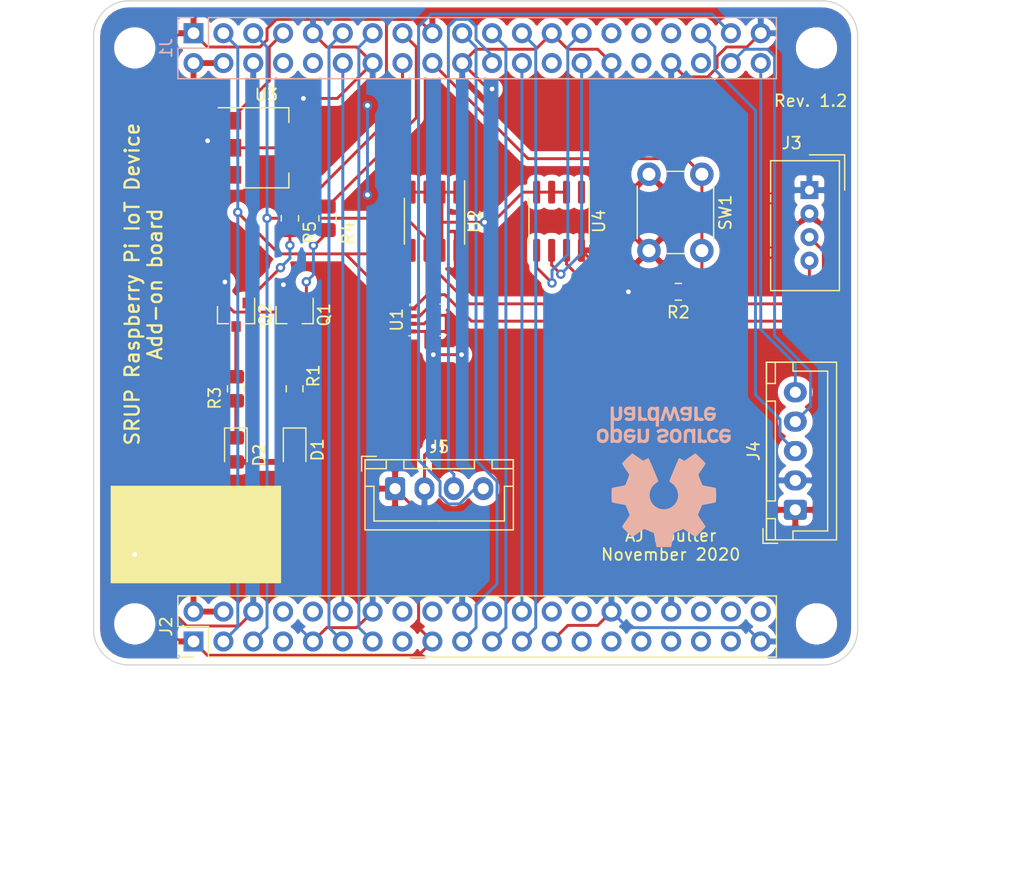
<source format=kicad_pcb>
(kicad_pcb (version 20171130) (host pcbnew "(5.1.7-0-10_14)")
  (title_block (title "Raspberry Pi Add-On Board for Experiment Two") (date 2020-11-02) (rev 1.2) (company "University of Southampton") (comment 1 "AJ Poulter") (comment 2 "To be constructed as PCB") (comment 3 "IoT Device Board (for Experiment Two)"))
  (layers (0 F.Cu signal) (31 B.Cu signal) (34 B.Paste user) (35 F.Paste user) (36 B.SilkS user) (37 F.SilkS user) (38 B.Mask user) (39 F.Mask user) (44 Edge.Cuts user))
  (net 0 "")
  (net 1 "Net-(D1-Pad1)")
  (net 2 "Net-(D2-Pad1)")
  (net 3 +5V)
  (net 4 GND)
  (net 5 "Net-(J1-Pad15)")
  (net 6 ID_SC)
  (net 7 ID_SD)
  (net 8 SPI-CS0)
  (net 9 SCK)
  (net 10 MISO)
  (net 11 MOSI)
  (net 12 GPIO24)
  (net 13 +3V3)
  (net 14 "Net-(J1-Pad16)")
  (net 15 KEYIRQ)
  (net 16 PWM)
  (net 17 PENIRQ)
  (net 18 SCL1)
  (net 19 SDA1)
  (net 20 W1)
  (net 21 "Net-(Q1-Pad1)")
  (net 22 "Net-(Q2-Pad1)")
  (net 23 "Net-(Q1-Pad3)")
  (net 24 "Net-(Q2-Pad3)")
  (net 25 GPIO21)
  (net 26 GPIO20)
  (net 27 GPIO26)
  (net 28 GPIO19)
  (net 29 GPIO25)
  (module Symbol:OSHW-Logo_11.4x12mm_SilkScreen (layer B.Cu) (at 156 104)
    (fp_text reference REF** hide)
    (fp_text value OSHW-Logo_11.4x12mm_SilkScreen hide)
  )
  (module Package_SO:SOIC-8_3.9x4.9mm_P1.27mm (layer F.Cu) (at 136.5 82.25 270)
    (fp_text reference U2 (at 0 -3.4 90) (layer F.SilkS))
    (fp_text value 24LC256)
    (pad 8 smd roundrect (at 2.475 -1.905 270) (size 1.95 0.6) (layers F.Cu F.Paste F.Mask) (net 13 +3V3))
    (pad 7 smd roundrect (at 2.475 -0.635 270) (size 1.95 0.6) (layers F.Cu F.Paste F.Mask) (net 4 GND))
    (pad 6 smd roundrect (at 2.475 0.635 270) (size 1.95 0.6) (layers F.Cu F.Paste F.Mask) (net 18 SCL1))
    (pad 5 smd roundrect (at 2.475 1.905 270) (size 1.95 0.6) (layers F.Cu F.Paste F.Mask) (net 19 SDA1))
    (pad 4 smd roundrect (at -2.475 1.905 270) (size 1.95 0.6) (layers F.Cu F.Paste F.Mask) (net 4 GND))
    (pad 3 smd roundrect (at -2.475 0.635 270) (size 1.95 0.6) (layers F.Cu F.Paste F.Mask) (net 4 GND))
    (pad 2 smd roundrect (at -2.475 -0.635 270) (size 1.95 0.6) (layers F.Cu F.Paste F.Mask) (net 4 GND))
    (pad 1 smd roundrect (at -2.475 -1.905 270) (size 1.95 0.6) (layers F.Cu F.Paste F.Mask) (net 4 GND))
  )
  (module Package_SO:SOIC-8_3.9x4.9mm_P1.27mm (layer F.Cu) (at 147.1 82.25 270)
    (fp_text reference U4 (at 0 -3.4 90) (layer F.SilkS))
    (fp_text value AT24CS04-SSHM)
    (pad 8 smd roundrect (at 2.475 -1.905 270) (size 1.95 0.6) (layers F.Cu F.Paste F.Mask) (net 13 +3V3))
    (pad 7 smd roundrect (at 2.475 -0.635 270) (size 1.95 0.6) (layers F.Cu F.Paste F.Mask) (net 4 GND))
    (pad 6 smd roundrect (at 2.475 0.635 270) (size 1.95 0.6) (layers F.Cu F.Paste F.Mask) (net 6 ID_SC))
    (pad 5 smd roundrect (at 2.475 1.905 270) (size 1.95 0.6) (layers F.Cu F.Paste F.Mask) (net 7 ID_SD))
    (pad 4 smd roundrect (at -2.475 1.905 270) (size 1.95 0.6) (layers F.Cu F.Paste F.Mask) (net 4 GND))
    (pad 3 smd roundrect (at -2.475 0.635 270) (size 1.95 0.6) (layers F.Cu F.Paste F.Mask) (net 4 GND))
    (pad 2 smd roundrect (at -2.475 -0.635 270) (size 1.95 0.6) (layers F.Cu F.Paste F.Mask) (net 4 GND))
    (pad 1 smd roundrect (at -2.475 -1.905 270) (size 1.95 0.6) (layers F.Cu F.Paste F.Mask))
  )
  (module Button_Switch_THT:SW_PUSH_6mm (layer F.Cu) (at 159.25 78.25 270)
    (fp_text reference SW1 (at 3.25 -2 90) (layer F.SilkS))
    (fp_text value SW_Push)
    (pad 1 thru_hole circle (at 6.5 0) (size 2 2) (drill 1.1) (layers *.Cu *.Mask) (net 12 GPIO24))
    (pad 2 thru_hole circle (at 6.5 4.5) (size 2 2) (drill 1.1) (layers *.Cu *.Mask) (net 13 +3V3))
    (pad 1 thru_hole circle (at 0 0) (size 2 2) (drill 1.1) (layers *.Cu *.Mask) (net 12 GPIO24))
    (pad 2 thru_hole circle (at 0 4.5) (size 2 2) (drill 1.1) (layers *.Cu *.Mask) (net 13 +3V3))
  )
  (module Connector_JST:JST_XH_B5B-XH-A_1x05_P2.50mm_Vertical (layer F.Cu) (at 167.2 106.8 90)
    (fp_text reference J4 (at 5 -3.55 90) (layer F.SilkS))
    (fp_text value Conn_01x05_Male)
    (pad 5 thru_hole oval (at 10 0 90) (size 1.7 1.95) (drill 0.95) (layers *.Cu *.Mask) (net 25 GPIO21))
    (pad 4 thru_hole oval (at 7.5 0 90) (size 1.7 1.95) (drill 0.95) (layers *.Cu *.Mask) (net 26 GPIO20))
    (pad 3 thru_hole oval (at 5 0 90) (size 1.7 1.95) (drill 0.95) (layers *.Cu *.Mask) (net 28 GPIO19))
    (pad 2 thru_hole oval (at 2.5 0 90) (size 1.7 1.95) (drill 0.95) (layers *.Cu *.Mask) (net 4 GND))
    (pad 1 thru_hole roundrect (at 0 0 90) (size 1.7 1.95) (drill 0.95) (layers *.Cu *.Mask) (roundrect_rratio 0.1470588235294118) (net 13 +3V3))
  )
  (module Connector_PinHeader_2.54mm:PinHeader_2x20_P2.54mm_Vertical (layer B.Cu) (at 116 66.25 270)
    (fp_text reference J1 (at 1.27 2.33 90) (layer B.SilkS) (effects (justify mirror)))
    (fp_text value Raspberry_Pi_2_3)
    (pad 1 thru_hole rect (at 0 0 270) (size 1.7 1.7) (drill 1) (layers *.Cu *.Mask) (net 13 +3V3))
    (pad 2 thru_hole oval (at 2.54 0 270) (size 1.7 1.7) (drill 1) (layers *.Cu *.Mask) (net 3 +5V))
    (pad 3 thru_hole oval (at 0 -2.54 270) (size 1.7 1.7) (drill 1) (layers *.Cu *.Mask) (net 19 SDA1))
    (pad 4 thru_hole oval (at 2.54 -2.54 270) (size 1.7 1.7) (drill 1) (layers *.Cu *.Mask) (net 3 +5V))
    (pad 5 thru_hole oval (at 0 -5.08 270) (size 1.7 1.7) (drill 1) (layers *.Cu *.Mask) (net 18 SCL1))
    (pad 6 thru_hole oval (at 2.54 -5.08 270) (size 1.7 1.7) (drill 1) (layers *.Cu *.Mask) (net 4 GND))
    (pad 7 thru_hole oval (at 0 -7.62 270) (size 1.7 1.7) (drill 1) (layers *.Cu *.Mask) (net 20 W1))
    (pad 8 thru_hole oval (at 2.54 -7.62 270) (size 1.7 1.7) (drill 1) (layers *.Cu *.Mask))
    (pad 9 thru_hole oval (at 0 -10.16 270) (size 1.7 1.7) (drill 1) (layers *.Cu *.Mask) (net 4 GND))
    (pad 10 thru_hole oval (at 2.54 -10.16 270) (size 1.7 1.7) (drill 1) (layers *.Cu *.Mask))
    (pad 11 thru_hole oval (at 0 -12.7 270) (size 1.7 1.7) (drill 1) (layers *.Cu *.Mask) (net 17 PENIRQ))
    (pad 12 thru_hole oval (at 2.54 -12.7 270) (size 1.7 1.7) (drill 1) (layers *.Cu *.Mask) (net 16 PWM))
    (pad 13 thru_hole oval (at 0 -15.24 270) (size 1.7 1.7) (drill 1) (layers *.Cu *.Mask) (net 15 KEYIRQ))
    (pad 14 thru_hole oval (at 2.54 -15.24 270) (size 1.7 1.7) (drill 1) (layers *.Cu *.Mask) (net 4 GND))
    (pad 15 thru_hole oval (at 0 -17.78 270) (size 1.7 1.7) (drill 1) (layers *.Cu *.Mask) (net 5 "Net-(J1-Pad15)"))
    (pad 16 thru_hole oval (at 2.54 -17.78 270) (size 1.7 1.7) (drill 1) (layers *.Cu *.Mask) (net 14 "Net-(J1-Pad16)"))
    (pad 17 thru_hole oval (at 0 -20.32 270) (size 1.7 1.7) (drill 1) (layers *.Cu *.Mask) (net 13 +3V3))
    (pad 18 thru_hole oval (at 2.54 -20.32 270) (size 1.7 1.7) (drill 1) (layers *.Cu *.Mask) (net 12 GPIO24))
    (pad 19 thru_hole oval (at 0 -22.86 270) (size 1.7 1.7) (drill 1) (layers *.Cu *.Mask) (net 11 MOSI))
    (pad 20 thru_hole oval (at 2.54 -22.86 270) (size 1.7 1.7) (drill 1) (layers *.Cu *.Mask) (net 4 GND))
    (pad 21 thru_hole oval (at 0 -25.4 270) (size 1.7 1.7) (drill 1) (layers *.Cu *.Mask) (net 10 MISO))
    (pad 22 thru_hole oval (at 2.54 -25.4 270) (size 1.7 1.7) (drill 1) (layers *.Cu *.Mask) (net 29 GPIO25))
    (pad 23 thru_hole oval (at 0 -27.94 270) (size 1.7 1.7) (drill 1) (layers *.Cu *.Mask) (net 9 SCK))
    (pad 24 thru_hole oval (at 2.54 -27.94 270) (size 1.7 1.7) (drill 1) (layers *.Cu *.Mask) (net 8 SPI-CS0))
    (pad 25 thru_hole oval (at 0 -30.48 270) (size 1.7 1.7) (drill 1) (layers *.Cu *.Mask) (net 4 GND))
    (pad 26 thru_hole oval (at 2.54 -30.48 270) (size 1.7 1.7) (drill 1) (layers *.Cu *.Mask))
    (pad 27 thru_hole oval (at 0 -33.02 270) (size 1.7 1.7) (drill 1) (layers *.Cu *.Mask) (net 7 ID_SD))
    (pad 28 thru_hole oval (at 2.54 -33.02 270) (size 1.7 1.7) (drill 1) (layers *.Cu *.Mask) (net 6 ID_SC))
    (pad 29 thru_hole oval (at 0 -35.56 270) (size 1.7 1.7) (drill 1) (layers *.Cu *.Mask))
    (pad 30 thru_hole oval (at 2.54 -35.56 270) (size 1.7 1.7) (drill 1) (layers *.Cu *.Mask) (net 4 GND))
    (pad 31 thru_hole oval (at 0 -38.1 270) (size 1.7 1.7) (drill 1) (layers *.Cu *.Mask))
    (pad 32 thru_hole oval (at 2.54 -38.1 270) (size 1.7 1.7) (drill 1) (layers *.Cu *.Mask))
    (pad 33 thru_hole oval (at 0 -40.64 270) (size 1.7 1.7) (drill 1) (layers *.Cu *.Mask))
    (pad 34 thru_hole oval (at 2.54 -40.64 270) (size 1.7 1.7) (drill 1) (layers *.Cu *.Mask) (net 4 GND))
    (pad 35 thru_hole oval (at 0 -43.18 270) (size 1.7 1.7) (drill 1) (layers *.Cu *.Mask) (net 28 GPIO19))
    (pad 36 thru_hole oval (at 2.54 -43.18 270) (size 1.7 1.7) (drill 1) (layers *.Cu *.Mask))
    (pad 37 thru_hole oval (at 0 -45.72 270) (size 1.7 1.7) (drill 1) (layers *.Cu *.Mask) (net 27 GPIO26))
    (pad 38 thru_hole oval (at 2.54 -45.72 270) (size 1.7 1.7) (drill 1) (layers *.Cu *.Mask) (net 26 GPIO20))
    (pad 39 thru_hole oval (at 0 -48.26 270) (size 1.7 1.7) (drill 1) (layers *.Cu *.Mask) (net 4 GND))
    (pad 40 thru_hole oval (at 2.54 -48.26 270) (size 1.7 1.7) (drill 1) (layers *.Cu *.Mask) (net 25 GPIO21))
  )
  (module MountingHole:MountingHole_2.5mm (layer F.Cu) (at 169 116.5)
    (fp_text reference H4 hide)
    (fp_text value MountingHole)
    (pad 1 np_thru_hole circle (at 0 0) (size 2.5 2.5) (drill 2.5) (layers *.Cu *.Mask))
  )
  (module MountingHole:MountingHole_2.5mm (layer F.Cu) (at 111 116.5)
    (fp_text reference H3 hide)
    (fp_text value MountingHole)
    (pad 1 np_thru_hole circle (at 0 0) (size 2.5 2.5) (drill 2.5) (layers *.Cu *.Mask))
  )
  (module MountingHole:MountingHole_2.5mm (layer F.Cu) (at 111 67.5)
    (fp_text reference H2 hide)
    (fp_text value MountingHole)
    (pad 1 np_thru_hole circle (at 0 0) (size 2.5 2.5) (drill 2.5) (layers *.Cu *.Mask))
  )
  (module MountingHole:MountingHole_2.5mm (layer F.Cu) (at 169 67.5)
    (fp_text reference H1 hide)
    (fp_text value MountingHole)
    (pad 1 np_thru_hole circle (at 0 0) (size 2.5 2.5) (drill 2.5) (layers *.Cu *.Mask))
  )
  (module Connector_JST:JST_XH_B4B-XH-A_1x04_P2.50mm_Vertical (layer F.Cu) (at 133.15 105)
    (fp_text reference J5 (at 3.75 -3.55) (layer F.SilkS))
    (fp_text value Conn_01x04_Male)
    (pad 4 thru_hole oval (at 7.5 0) (size 1.7 1.95) (drill 0.95) (layers *.Cu *.Mask) (net 27 GPIO26))
    (pad 3 thru_hole oval (at 5 0) (size 1.7 1.95) (drill 0.95) (layers *.Cu *.Mask) (net 29 GPIO25))
    (pad 2 thru_hole oval (at 2.5 0) (size 1.7 1.95) (drill 0.95) (layers *.Cu *.Mask) (net 4 GND))
    (pad 1 thru_hole roundrect (at 0 0) (size 1.7 1.95) (drill 0.95) (layers *.Cu *.Mask) (roundrect_rratio 0.1470588235294118) (net 13 +3V3))
  )
  (module Resistor_SMD:R_0805_2012Metric_Pad1.20x1.40mm_HandSolder (layer F.Cu) (at 124.2 82 90)
    (fp_text reference R5 (at -1.2 1.69 90) (layer F.SilkS))
    (fp_text value 1K)
    (pad 2 smd roundrect (at 1 0 90) (size 1.2 1.4) (layers F.Cu F.Paste F.Mask) (roundrect_rratio 0.2083325) (net 14 "Net-(J1-Pad16)"))
    (pad 1 smd roundrect (at -1 0 90) (size 1.2 1.4) (layers F.Cu F.Paste F.Mask) (roundrect_rratio 0.2083325) (net 22 "Net-(Q2-Pad1)"))
  )
  (module Resistor_SMD:R_0805_2012Metric_Pad1.20x1.40mm_HandSolder (layer F.Cu) (at 127.4 82 90)
    (fp_text reference R4 (at -1.25 1.75 90) (layer F.SilkS))
    (fp_text value 1K)
    (pad 2 smd roundrect (at 1 0 90) (size 1.2 1.4) (layers F.Cu F.Paste F.Mask) (roundrect_rratio 0.2083325) (net 5 "Net-(J1-Pad15)"))
    (pad 1 smd roundrect (at -1 0 90) (size 1.2 1.4) (layers F.Cu F.Paste F.Mask) (roundrect_rratio 0.2083325) (net 21 "Net-(Q1-Pad1)"))
  )
  (module Package_TO_SOT_SMD:SOT-223 (layer F.Cu) (at 122.2 76)
    (fp_text reference U3 (at 0 -4.5) (layer F.SilkS))
    (fp_text value DS2401Z)
    (pad 1 smd rect (at -3.15 -2.3) (size 2 1.5) (layers F.Cu F.Paste F.Mask) (net 20 W1))
    (pad 3 smd rect (at -3.15 2.3) (size 2 1.5) (layers F.Cu F.Paste F.Mask))
    (pad 2 smd rect (at -3.15 0) (size 2 1.5) (layers F.Cu F.Paste F.Mask) (net 4 GND))
    (pad 4 smd rect (at 3.15 0) (size 2 3.8) (layers F.Cu F.Paste F.Mask) (net 4 GND))
  )
  (module Connector:NS-Tech_Grove_1x04_P2mm_Vertical (layer F.Cu) (at 168.4 79.6)
    (fp_text reference J3 (at -1.5 -4) (layer F.SilkS))
    (fp_text value Conn_01x04_Female)
    (pad 4 thru_hole circle (at 0 6) (size 1.524 1.524) (drill 0.762) (layers *.Cu *.Mask) (net 18 SCL1))
    (pad 3 thru_hole circle (at 0 4) (size 1.524 1.524) (drill 0.762) (layers *.Cu *.Mask) (net 19 SDA1))
    (pad 2 thru_hole circle (at 0 2) (size 1.524 1.524) (drill 0.762) (layers *.Cu *.Mask) (net 13 +3V3))
    (pad 1 thru_hole rect (at 0 0) (size 1.524 1.524) (drill 0.762) (layers *.Cu *.Mask) (net 4 GND))
  )
  (module LED_SMD:LED_0805_2012Metric_Pad1.15x1.40mm_HandSolder (layer F.Cu) (at 124.6 101.7 270)
    (fp_text reference D1 (at 0 -1.95 90) (layer F.SilkS))
    (fp_text value "LED (Red)")
    (pad 2 smd roundrect (at 1.025 0 270) (size 1.15 1.4) (layers F.Cu F.Paste F.Mask) (roundrect_rratio 0.2173904347826087) (net 3 +5V))
    (pad 1 smd roundrect (at -1.025 0 270) (size 1.15 1.4) (layers F.Cu F.Paste F.Mask) (roundrect_rratio 0.2173904347826087) (net 1 "Net-(D1-Pad1)"))
  )
  (module LED_SMD:LED_0805_2012Metric_Pad1.15x1.40mm_HandSolder (layer F.Cu) (at 119.6 101.7 270)
    (fp_text reference D2 (at 0.45 -2 90) (layer F.SilkS))
    (fp_text value "LED (Green)")
    (pad 1 smd roundrect (at -1.025 0 270) (size 1.15 1.4) (layers F.Cu F.Paste F.Mask) (roundrect_rratio 0.2173904347826087) (net 2 "Net-(D2-Pad1)"))
    (pad 2 smd roundrect (at 1.025 0 270) (size 1.15 1.4) (layers F.Cu F.Paste F.Mask) (roundrect_rratio 0.2173904347826087) (net 3 +5V))
  )
  (module Package_TO_SOT_SMD:SOT-23 (layer F.Cu) (at 119.618068 90.202257 270)
    (fp_text reference Q2 (at 0 -2.5 90) (layer F.SilkS))
    (fp_text value "BC846 NPN")
    (pad 1 smd rect (at -1 -0.95 270) (size 0.9 0.8) (layers F.Cu F.Paste F.Mask) (net 22 "Net-(Q2-Pad1)"))
    (pad 2 smd rect (at -1 0.95 270) (size 0.9 0.8) (layers F.Cu F.Paste F.Mask) (net 4 GND))
    (pad 3 smd rect (at 1 0 270) (size 0.9 0.8) (layers F.Cu F.Paste F.Mask) (net 24 "Net-(Q2-Pad3)"))
  )
  (module Resistor_SMD:R_0805_2012Metric_Pad1.15x1.40mm_HandSolder (layer F.Cu) (at 124.6 96.5 270)
    (fp_text reference R1 (at -1.1 -1.6 90) (layer F.SilkS))
    (fp_text value 470R)
    (pad 1 smd roundrect (at -1.025 0 270) (size 1.15 1.4) (layers F.Cu F.Paste F.Mask) (roundrect_rratio 0.2173904347826087) (net 23 "Net-(Q1-Pad3)"))
    (pad 2 smd roundrect (at 1.025 0 270) (size 1.15 1.4) (layers F.Cu F.Paste F.Mask) (roundrect_rratio 0.2173904347826087) (net 1 "Net-(D1-Pad1)"))
  )
  (module Resistor_SMD:R_0805_2012Metric_Pad1.15x1.40mm_HandSolder (layer F.Cu) (at 157.25 88.25)
    (fp_text reference R2 (at 0 1.75 180) (layer F.SilkS))
    (fp_text value 10K)
    (pad 1 smd roundrect (at -1.025 0) (size 1.15 1.4) (layers F.Cu F.Paste F.Mask) (roundrect_rratio 0.2173904347826087) (net 4 GND))
    (pad 2 smd roundrect (at 1.025 0) (size 1.15 1.4) (layers F.Cu F.Paste F.Mask) (roundrect_rratio 0.2173904347826087) (net 12 GPIO24))
  )
  (module Resistor_SMD:R_0805_2012Metric_Pad1.15x1.40mm_HandSolder (layer F.Cu) (at 119.6 96.5 270)
    (fp_text reference R3 (at 0.8 1.8 90) (layer F.SilkS))
    (fp_text value 470R)
    (pad 2 smd roundrect (at 1.025 0 270) (size 1.15 1.4) (layers F.Cu F.Paste F.Mask) (roundrect_rratio 0.2173904347826087) (net 2 "Net-(D2-Pad1)"))
    (pad 1 smd roundrect (at -1.025 0 270) (size 1.15 1.4) (layers F.Cu F.Paste F.Mask) (roundrect_rratio 0.2173904347826087) (net 24 "Net-(Q2-Pad3)"))
  )
  (module Connector_PinHeader_2.54mm:PinHeader_2x20_P2.54mm_Vertical (layer F.Cu) (at 116 118 90)
    (fp_text reference J2 (at 1.27 -2.33 90) (layer F.SilkS))
    (fp_text value Raspberry_Pi_2_3)
    (pad 1 thru_hole rect (at 0 0 90) (size 1.7 1.7) (drill 1) (layers *.Cu *.Mask) (net 13 +3V3))
    (pad 2 thru_hole oval (at 2.54 0 90) (size 1.7 1.7) (drill 1) (layers *.Cu *.Mask) (net 3 +5V))
    (pad 3 thru_hole oval (at 0 2.54 90) (size 1.7 1.7) (drill 1) (layers *.Cu *.Mask) (net 19 SDA1))
    (pad 4 thru_hole oval (at 2.54 2.54 90) (size 1.7 1.7) (drill 1) (layers *.Cu *.Mask) (net 3 +5V))
    (pad 5 thru_hole oval (at 0 5.08 90) (size 1.7 1.7) (drill 1) (layers *.Cu *.Mask) (net 18 SCL1))
    (pad 6 thru_hole oval (at 2.54 5.08 90) (size 1.7 1.7) (drill 1) (layers *.Cu *.Mask) (net 4 GND))
    (pad 7 thru_hole oval (at 0 7.62 90) (size 1.7 1.7) (drill 1) (layers *.Cu *.Mask))
    (pad 8 thru_hole oval (at 2.54 7.62 90) (size 1.7 1.7) (drill 1) (layers *.Cu *.Mask))
    (pad 9 thru_hole oval (at 0 10.16 90) (size 1.7 1.7) (drill 1) (layers *.Cu *.Mask) (net 4 GND))
    (pad 10 thru_hole oval (at 2.54 10.16 90) (size 1.7 1.7) (drill 1) (layers *.Cu *.Mask))
    (pad 11 thru_hole oval (at 0 12.7 90) (size 1.7 1.7) (drill 1) (layers *.Cu *.Mask) (net 17 PENIRQ))
    (pad 12 thru_hole oval (at 2.54 12.7 90) (size 1.7 1.7) (drill 1) (layers *.Cu *.Mask) (net 16 PWM))
    (pad 13 thru_hole oval (at 0 15.24 90) (size 1.7 1.7) (drill 1) (layers *.Cu *.Mask) (net 15 KEYIRQ))
    (pad 14 thru_hole oval (at 2.54 15.24 90) (size 1.7 1.7) (drill 1) (layers *.Cu *.Mask) (net 4 GND))
    (pad 15 thru_hole oval (at 0 17.78 90) (size 1.7 1.7) (drill 1) (layers *.Cu *.Mask))
    (pad 16 thru_hole oval (at 2.54 17.78 90) (size 1.7 1.7) (drill 1) (layers *.Cu *.Mask))
    (pad 17 thru_hole oval (at 0 20.32 90) (size 1.7 1.7) (drill 1) (layers *.Cu *.Mask) (net 13 +3V3))
    (pad 18 thru_hole oval (at 2.54 20.32 90) (size 1.7 1.7) (drill 1) (layers *.Cu *.Mask))
    (pad 19 thru_hole oval (at 0 22.86 90) (size 1.7 1.7) (drill 1) (layers *.Cu *.Mask) (net 11 MOSI))
    (pad 20 thru_hole oval (at 2.54 22.86 90) (size 1.7 1.7) (drill 1) (layers *.Cu *.Mask) (net 4 GND))
    (pad 21 thru_hole oval (at 0 25.4 90) (size 1.7 1.7) (drill 1) (layers *.Cu *.Mask) (net 10 MISO))
    (pad 22 thru_hole oval (at 2.54 25.4 90) (size 1.7 1.7) (drill 1) (layers *.Cu *.Mask))
    (pad 23 thru_hole oval (at 0 27.94 90) (size 1.7 1.7) (drill 1) (layers *.Cu *.Mask) (net 9 SCK))
    (pad 24 thru_hole oval (at 2.54 27.94 90) (size 1.7 1.7) (drill 1) (layers *.Cu *.Mask) (net 8 SPI-CS0))
    (pad 25 thru_hole oval (at 0 30.48 90) (size 1.7 1.7) (drill 1) (layers *.Cu *.Mask) (net 4 GND))
    (pad 26 thru_hole oval (at 2.54 30.48 90) (size 1.7 1.7) (drill 1) (layers *.Cu *.Mask))
    (pad 27 thru_hole oval (at 0 33.02 90) (size 1.7 1.7) (drill 1) (layers *.Cu *.Mask))
    (pad 28 thru_hole oval (at 2.54 33.02 90) (size 1.7 1.7) (drill 1) (layers *.Cu *.Mask))
    (pad 29 thru_hole oval (at 0 35.56 90) (size 1.7 1.7) (drill 1) (layers *.Cu *.Mask))
    (pad 30 thru_hole oval (at 2.54 35.56 90) (size 1.7 1.7) (drill 1) (layers *.Cu *.Mask) (net 4 GND))
    (pad 31 thru_hole oval (at 0 38.1 90) (size 1.7 1.7) (drill 1) (layers *.Cu *.Mask))
    (pad 32 thru_hole oval (at 2.54 38.1 90) (size 1.7 1.7) (drill 1) (layers *.Cu *.Mask))
    (pad 33 thru_hole oval (at 0 40.64 90) (size 1.7 1.7) (drill 1) (layers *.Cu *.Mask))
    (pad 34 thru_hole oval (at 2.54 40.64 90) (size 1.7 1.7) (drill 1) (layers *.Cu *.Mask) (net 4 GND))
    (pad 35 thru_hole oval (at 0 43.18 90) (size 1.7 1.7) (drill 1) (layers *.Cu *.Mask))
    (pad 36 thru_hole oval (at 2.54 43.18 90) (size 1.7 1.7) (drill 1) (layers *.Cu *.Mask))
    (pad 37 thru_hole oval (at 0 45.72 90) (size 1.7 1.7) (drill 1) (layers *.Cu *.Mask))
    (pad 38 thru_hole oval (at 2.54 45.72 90) (size 1.7 1.7) (drill 1) (layers *.Cu *.Mask))
    (pad 39 thru_hole oval (at 0 48.26 90) (size 1.7 1.7) (drill 1) (layers *.Cu *.Mask) (net 4 GND))
    (pad 40 thru_hole oval (at 2.54 48.26 90) (size 1.7 1.7) (drill 1) (layers *.Cu *.Mask))
  )
  (module Package_TO_SOT_SMD:SOT-23 (layer F.Cu) (at 124.598768 90.202257 270)
    (fp_text reference Q1 (at 0 -2.5 90) (layer F.SilkS))
    (fp_text value "BC846 NPN")
    (pad 1 smd rect (at -1 -0.95 270) (size 0.9 0.8) (layers F.Cu F.Paste F.Mask) (net 21 "Net-(Q1-Pad1)"))
    (pad 2 smd rect (at -1 0.95 270) (size 0.9 0.8) (layers F.Cu F.Paste F.Mask) (net 4 GND))
    (pad 3 smd rect (at 1 0 270) (size 0.9 0.8) (layers F.Cu F.Paste F.Mask) (net 23 "Net-(Q1-Pad3)"))
  )
  (module Package_LGA:Bosch_LGA-8_2.5x2.5mm_P0.65mm_ClockwisePinNumbering (layer F.Cu) (at 135.75 90.65 90)
    (fp_text reference U1 (at 0.015 -2.465 90) (layer F.SilkS))
    (fp_text value BME280)
    (pad 4 smd rect (at 0.975 -1.025 180) (size 0.5 0.35) (layers F.Cu F.Paste F.Mask) (net 18 SCL1))
    (pad 3 smd rect (at 0.325 -1.025 180) (size 0.5 0.35) (layers F.Cu F.Paste F.Mask) (net 19 SDA1))
    (pad 2 smd rect (at -0.325 -1.025 180) (size 0.5 0.35) (layers F.Cu F.Paste F.Mask) (net 13 +3V3))
    (pad 1 smd rect (at -0.975 -1.025 180) (size 0.5 0.35) (layers F.Cu F.Paste F.Mask) (net 4 GND))
    (pad 8 smd rect (at -0.975 1.025 180) (size 0.5 0.35) (layers F.Cu F.Paste F.Mask) (net 13 +3V3))
    (pad 7 smd rect (at -0.325 1.025 180) (size 0.5 0.35) (layers F.Cu F.Paste F.Mask) (net 4 GND))
    (pad 6 smd rect (at 0.325 1.025 180) (size 0.5 0.35) (layers F.Cu F.Paste F.Mask) (net 13 +3V3))
    (pad 5 smd rect (at 0.975 1.025 180) (size 0.5 0.35) (layers F.Cu F.Paste F.Mask) (net 13 +3V3))
  )
  (gr_arc (start 169.5 66.5) (end 169.4 63.5) (angle 90) (layer Edge.Cuts) (width 0.1))
  (gr_arc (start 169.5 117) (end 169.5 120) (angle -90) (layer Edge.Cuts) (width 0.1))
  (gr_arc (start 110.5 117) (end 110.5 120) (angle 90) (layer Edge.Cuts) (width 0.1))
  (gr_arc (start 110.5 66.5) (end 110.5 63.5) (angle -90) (layer Edge.Cuts) (width 0.1))
  (gr_poly (pts (xy 109 104.8) (xy 123.4 104.8) (xy 123.4 113) (xy 109 113)) (layer F.SilkS) (width 0.1))
  (gr_text "SRUP Raspberry Pi IoT Device\nAdd-on board" (at 111.75 87.6 90) (layer F.SilkS) (effects (font (size 1.2 1.2) (thickness 0.2))))
  (gr_text "Rev. 1.2" (at 168.5 72) (layer F.SilkS) (effects (font (size 1 1))))
  (gr_text "AJ Poulter\nNovember 2020" (at 156.6 109.8) (layer F.SilkS) (effects (font (size 1 1))))
  (gr_line (start 110.5 63.5) (end 169.4 63.5) (layer Edge.Cuts) (width 0.1))
  (gr_line (start 107.5 117) (end 107.5 66.5) (layer Edge.Cuts) (width 0.1))
  (gr_line (start 169.5 120) (end 110.5 120) (layer Edge.Cuts) (width 0.1))
  (gr_line (start 172.5 66.4) (end 172.5 117) (layer Edge.Cuts) (width 0.1))
  (segment (start 124.6 97.525) (end 124.6 100.675) (width 0.25) (layer F.Cu) (net 1))
  (segment (start 119.6 97.525) (end 119.6 100.675) (width 0.25) (layer F.Cu) (net 2))
  (segment (start 118.54 115.46) (end 116 115.46) (width 0.5) (layer F.Cu) (net 3))
  (segment (start 116 68.79) (end 118.54 68.79) (width 0.5) (layer F.Cu) (net 3))
  (segment (start 116.025 102.725) (end 116 102.75) (width 0.5) (layer F.Cu) (net 3))
  (segment (start 124.6 102.725) (end 116.025 102.725) (width 0.5) (layer F.Cu) (net 3))
  (segment (start 116 102.75) (end 116 68.79) (width 0.5) (layer F.Cu) (net 3))
  (segment (start 116 115.46) (end 116 102.75) (width 0.5) (layer F.Cu) (net 3))
  (segment (start 118.668068 89.202257) (end 118.668068 87.418068) (width 0.25) (layer F.Cu) (net 4))
  (segment (start 123.648768 89.202257) (end 123.648768 87.648768) (width 0.25) (layer F.Cu) (net 4))
  (segment (start 118.668068 87.418068) (end 118.668068 87.418068) (width 0.25) (layer F.Cu) (net 4))
  (via (at 118.668068 87.418068) (size 0.8) (drill 0.4) (layers F.Cu B.Cu) (net 4))
  (segment (start 123.648768 87.648768) (end 123.648768 87.648768) (width 0.25) (layer F.Cu) (net 4))
  (via (at 123.648768 87.648768) (size 0.8) (drill 0.4) (layers F.Cu B.Cu) (net 4))
  (segment (start 156.225 88.25) (end 154 88.25) (width 0.25) (layer F.Cu) (net 4))
  (segment (start 153 88.25) (end 154 88.25) (width 0.25) (layer F.Cu) (net 4))
  (via (at 153 88.25) (size 0.8) (drill 0.4) (layers F.Cu B.Cu) (net 4))
  (segment (start 147.735 85.9) (end 150.085 88.25) (width 0.25) (layer F.Cu) (net 4))
  (segment (start 147.735 84.725) (end 147.735 85.9) (width 0.25) (layer F.Cu) (net 4))
  (segment (start 151.5 88.25) (end 153 88.25) (width 0.25) (layer F.Cu) (net 4))
  (segment (start 150.085 88.25) (end 151.5 88.25) (width 0.25) (layer F.Cu) (net 4))
  (segment (start 127.335001 67.425001) (end 129.875001 67.425001) (width 0.25) (layer F.Cu) (net 4))
  (segment (start 129.875001 67.425001) (end 131.24 68.79) (width 0.25) (layer F.Cu) (net 4))
  (segment (start 126.16 66.25) (end 127.335001 67.425001) (width 0.25) (layer F.Cu) (net 4))
  (segment (start 150.384999 116.635001) (end 151.56 115.46) (width 0.25) (layer F.Cu) (net 4))
  (segment (start 147.844999 116.635001) (end 150.384999 116.635001) (width 0.25) (layer F.Cu) (net 4))
  (segment (start 146.48 118) (end 147.844999 116.635001) (width 0.25) (layer F.Cu) (net 4))
  (segment (start 129.875001 116.824999) (end 131.24 115.46) (width 0.25) (layer F.Cu) (net 4))
  (segment (start 127.335001 116.824999) (end 129.875001 116.824999) (width 0.25) (layer F.Cu) (net 4))
  (segment (start 126.16 118) (end 127.335001 116.824999) (width 0.25) (layer F.Cu) (net 4))
  (segment (start 136.414998 90.975) (end 136.775 90.975) (width 0.25) (layer F.Cu) (net 4))
  (segment (start 135.764998 91.625) (end 136.414998 90.975) (width 0.25) (layer F.Cu) (net 4))
  (segment (start 134.725 91.625) (end 135.764998 91.625) (width 0.25) (layer F.Cu) (net 4))
  (segment (start 136.8 91) (end 136.775 90.975) (width 0.25) (layer F.Cu) (net 4))
  (segment (start 119.05 76) (end 125.35 76) (width 0.25) (layer F.Cu) (net 4))
  (segment (start 125.35 76) (end 125.35 71.8) (width 0.25) (layer F.Cu) (net 4))
  (via (at 125.35 71.8) (size 0.8) (drill 0.4) (layers F.Cu B.Cu) (net 4))
  (segment (start 119.05 76) (end 117.8 76) (width 0.25) (layer F.Cu) (net 4))
  (via (at 117.2 75.4) (size 0.8) (drill 0.4) (layers F.Cu B.Cu) (net 4))
  (segment (start 117.8 76) (end 117.2 75.4) (width 0.25) (layer F.Cu) (net 4))
  (segment (start 147.844999 67.614999) (end 150.384999 67.614999) (width 0.25) (layer F.Cu) (net 4))
  (segment (start 150.384999 67.614999) (end 151.56 68.79) (width 0.25) (layer F.Cu) (net 4))
  (segment (start 146.48 66.25) (end 147.844999 67.614999) (width 0.25) (layer F.Cu) (net 4))
  (segment (start 145.115001 67.614999) (end 146.48 66.25) (width 0.25) (layer F.Cu) (net 4))
  (segment (start 140.035001 67.614999) (end 145.115001 67.614999) (width 0.25) (layer F.Cu) (net 4))
  (segment (start 138.86 68.79) (end 140.035001 67.614999) (width 0.25) (layer F.Cu) (net 4))
  (segment (start 128.23 71.8) (end 131.24 68.79) (width 0.25) (layer F.Cu) (net 4))
  (segment (start 125.35 71.8) (end 128.23 71.8) (width 0.25) (layer F.Cu) (net 4))
  (segment (start 160.544999 68.225999) (end 161.345997 67.425001) (width 0.25) (layer F.Cu) (net 4))
  (segment (start 161.345997 67.425001) (end 163.084999 67.425001) (width 0.25) (layer F.Cu) (net 4))
  (segment (start 160.544999 69.164003) (end 160.544999 68.225999) (width 0.25) (layer F.Cu) (net 4))
  (segment (start 159.744001 69.965001) (end 160.544999 69.164003) (width 0.25) (layer F.Cu) (net 4))
  (segment (start 157.815001 69.965001) (end 159.744001 69.965001) (width 0.25) (layer F.Cu) (net 4))
  (segment (start 163.084999 67.425001) (end 164.26 66.25) (width 0.25) (layer F.Cu) (net 4))
  (segment (start 156.64 68.79) (end 157.815001 69.965001) (width 0.25) (layer F.Cu) (net 4))
  (via (at 136.4 93.6) (size 0.8) (drill 0.4) (layers F.Cu B.Cu) (net 4))
  (via (at 136.4 101.4) (size 0.8) (drill 0.4) (layers F.Cu B.Cu) (net 4))
  (segment (start 163.084999 116.824999) (end 164.26 118) (width 0.25) (layer B.Cu) (net 4))
  (segment (start 152.924999 116.824999) (end 163.084999 116.824999) (width 0.25) (layer B.Cu) (net 4))
  (segment (start 151.56 115.46) (end 152.924999 116.824999) (width 0.25) (layer B.Cu) (net 4))
  (via (at 111 110.6) (size 0.8) (drill 0.4) (layers F.Cu B.Cu) (net 4))
  (segment (start 115.411999 116.685001) (end 111 112.273002) (width 0.25) (layer F.Cu) (net 4))
  (segment (start 119.854999 116.685001) (end 115.411999 116.685001) (width 0.25) (layer F.Cu) (net 4))
  (segment (start 111 112.273002) (end 111 110.6) (width 0.25) (layer F.Cu) (net 4))
  (segment (start 121.08 115.46) (end 119.854999 116.685001) (width 0.25) (layer F.Cu) (net 4))
  (segment (start 125.2 117.04) (end 126.16 118) (width 0.25) (layer B.Cu) (net 4))
  (segment (start 135.65 102.15) (end 136.4 101.4) (width 0.25) (layer F.Cu) (net 4))
  (segment (start 135.65 105) (end 135.65 102.15) (width 0.25) (layer F.Cu) (net 4))
  (segment (start 135.764998 92.964998) (end 136.4 93.6) (width 0.25) (layer F.Cu) (net 4))
  (segment (start 135.764998 91.625) (end 135.764998 92.964998) (width 0.25) (layer F.Cu) (net 4))
  (via (at 138.8 93.6) (size 0.8) (drill 0.4) (layers F.Cu B.Cu) (net 4))
  (segment (start 136.4 93.6) (end 138.8 93.6) (width 0.25) (layer F.Cu) (net 4))
  (segment (start 122.873767 89.977258) (end 123.648768 89.202257) (width 0.25) (layer F.Cu) (net 4))
  (segment (start 119.443069 89.977258) (end 122.873767 89.977258) (width 0.25) (layer F.Cu) (net 4))
  (segment (start 118.668068 89.202257) (end 119.443069 89.977258) (width 0.25) (layer F.Cu) (net 4))
  (segment (start 134.595 79.775) (end 138.405 79.775) (width 0.25) (layer F.Cu) (net 4))
  (segment (start 137.135 82.335) (end 140.4 82.335) (width 0.25) (layer F.Cu) (net 4))
  (segment (start 137.135 79.775) (end 137.135 82.335) (width 0.25) (layer F.Cu) (net 4))
  (segment (start 137.135 82.335) (end 137.135 84.725) (width 0.25) (layer F.Cu) (net 4))
  (via (at 140.760001 82.335) (size 0.8) (drill 0.4) (layers F.Cu B.Cu) (net 4))
  (segment (start 140.4 82.335) (end 140.760001 82.335) (width 0.25) (layer F.Cu) (net 4))
  (segment (start 140.760001 82.335) (end 141.465 82.335) (width 0.25) (layer F.Cu) (net 4))
  (segment (start 144.025 79.775) (end 147.735 79.775) (width 0.25) (layer F.Cu) (net 4))
  (segment (start 141.465 82.335) (end 144.025 79.775) (width 0.25) (layer F.Cu) (net 4))
  (via (at 141.4 71) (size 0.8) (drill 0.4) (layers F.Cu B.Cu) (net 4))
  (segment (start 141.07 71) (end 141.4 71) (width 0.25) (layer F.Cu) (net 4))
  (segment (start 138.86 68.79) (end 141.07 71) (width 0.25) (layer F.Cu) (net 4))
  (segment (start 134.955001 73.444999) (end 127.4 81) (width 0.25) (layer F.Cu) (net 5))
  (segment (start 134.955001 67.425001) (end 134.955001 73.444999) (width 0.25) (layer F.Cu) (net 5))
  (segment (start 133.78 66.25) (end 134.955001 67.425001) (width 0.25) (layer F.Cu) (net 5))
  (segment (start 149.02 68.79) (end 149.02 84.98) (width 0.25) (layer B.Cu) (net 6))
  (segment (start 149.02 84.98) (end 147.25 86.75) (width 0.25) (layer B.Cu) (net 6))
  (segment (start 147.25 86.75) (end 147.25 86.75) (width 0.25) (layer B.Cu) (net 6))
  (via (at 147.25 86.75) (size 0.8) (drill 0.4) (layers F.Cu B.Cu) (net 6))
  (segment (start 146.465 85.965) (end 146.465 84.725) (width 0.25) (layer F.Cu) (net 6))
  (segment (start 147.25 86.75) (end 146.465 85.965) (width 0.25) (layer F.Cu) (net 6))
  (segment (start 147.844999 85.081999) (end 146.5 86.426998) (width 0.25) (layer B.Cu) (net 7))
  (segment (start 147.844999 67.425001) (end 147.844999 85.081999) (width 0.25) (layer B.Cu) (net 7))
  (segment (start 149.02 66.25) (end 147.844999 67.425001) (width 0.25) (layer B.Cu) (net 7))
  (segment (start 146.5 86.426998) (end 146.5 87.5) (width 0.25) (layer B.Cu) (net 7))
  (via (at 146.5 87.5) (size 0.8) (drill 0.4) (layers F.Cu B.Cu) (net 7))
  (segment (start 145.195 86.195) (end 146.5 87.5) (width 0.25) (layer F.Cu) (net 7))
  (segment (start 145.195 84.725) (end 145.195 86.195) (width 0.25) (layer F.Cu) (net 7))
  (segment (start 143.94 68.79) (end 143.94 115.46) (width 0.25) (layer B.Cu) (net 8))
  (segment (start 145.115001 67.425001) (end 143.94 66.25) (width 0.25) (layer B.Cu) (net 9))
  (segment (start 145.115001 116.824999) (end 145.115001 67.425001) (width 0.25) (layer B.Cu) (net 9))
  (segment (start 143.94 118) (end 145.115001 116.824999) (width 0.25) (layer B.Cu) (net 9))
  (segment (start 142.575001 116.824999) (end 141.4 118) (width 0.25) (layer B.Cu) (net 10))
  (segment (start 142.575001 67.425001) (end 142.575001 116.824999) (width 0.25) (layer B.Cu) (net 10))
  (segment (start 141.4 66.25) (end 142.575001 67.425001) (width 0.25) (layer B.Cu) (net 10))
  (segment (start 140.035001 114.895999) (end 140.035001 116.824999) (width 0.25) (layer B.Cu) (net 11))
  (segment (start 141.82501 113.10599) (end 140.035001 114.895999) (width 0.25) (layer B.Cu) (net 11))
  (segment (start 141.82501 104.388295) (end 141.82501 113.10599) (width 0.25) (layer B.Cu) (net 11))
  (segment (start 140.035001 102.598286) (end 141.82501 104.388295) (width 0.25) (layer B.Cu) (net 11))
  (segment (start 140.035001 67.425001) (end 140.035001 102.598286) (width 0.25) (layer B.Cu) (net 11))
  (segment (start 140.035001 116.824999) (end 138.86 118) (width 0.25) (layer B.Cu) (net 11))
  (segment (start 138.86 66.25) (end 140.035001 67.425001) (width 0.25) (layer B.Cu) (net 11))
  (segment (start 159.25 87.275) (end 158.275 88.25) (width 0.25) (layer F.Cu) (net 12))
  (segment (start 159.25 84.75) (end 159.25 87.275) (width 0.25) (layer F.Cu) (net 12))
  (segment (start 159.25 84.75) (end 159.25 78.25) (width 0.25) (layer F.Cu) (net 12))
  (segment (start 144.454999 76.924999) (end 136.32 68.79) (width 0.25) (layer F.Cu) (net 12))
  (segment (start 157.924999 76.924999) (end 144.454999 76.924999) (width 0.25) (layer F.Cu) (net 12))
  (segment (start 159.25 78.25) (end 157.924999 76.924999) (width 0.25) (layer F.Cu) (net 12))
  (segment (start 124.760012 80.07499) (end 118.12501 80.07499) (width 0.25) (layer F.Cu) (net 13))
  (segment (start 127.8 77.035002) (end 124.760012 80.07499) (width 0.25) (layer F.Cu) (net 13))
  (segment (start 127.8 75.8) (end 127.8 77.035002) (width 0.25) (layer F.Cu) (net 13))
  (segment (start 149.005 84.725) (end 150 85.72) (width 0.25) (layer F.Cu) (net 13))
  (segment (start 150 85.72) (end 150 86.5) (width 0.25) (layer F.Cu) (net 13))
  (segment (start 135.625 90.975) (end 136.35 90.25) (width 0.25) (layer F.Cu) (net 13))
  (segment (start 134.725 90.975) (end 135.625 90.975) (width 0.25) (layer F.Cu) (net 13))
  (segment (start 136.35 90.25) (end 137.5 90.25) (width 0.25) (layer F.Cu) (net 13))
  (segment (start 136.775 91.625) (end 137.5 91.625) (width 0.25) (layer F.Cu) (net 13))
  (segment (start 136.775 89.675) (end 136.775 90.25) (width 0.25) (layer F.Cu) (net 13))
  (segment (start 135.144999 106.994999) (end 133.15 105) (width 0.25) (layer F.Cu) (net 13))
  (segment (start 135.144999 116.824999) (end 135.144999 106.994999) (width 0.25) (layer F.Cu) (net 13))
  (segment (start 136.32 118) (end 135.144999 116.824999) (width 0.25) (layer F.Cu) (net 13))
  (segment (start 138.405 85.155) (end 138.405 86.75) (width 0.25) (layer F.Cu) (net 13))
  (segment (start 138.405 84.725) (end 138.405 85.155) (width 0.25) (layer F.Cu) (net 13))
  (segment (start 137.5 90.25) (end 137.5 91.625) (width 0.25) (layer F.Cu) (net 13))
  (segment (start 135.144999 119.175001) (end 136.32 118) (width 0.25) (layer F.Cu) (net 13))
  (segment (start 117.175001 119.175001) (end 135.144999 119.175001) (width 0.25) (layer F.Cu) (net 13))
  (segment (start 116 118) (end 117.175001 119.175001) (width 0.25) (layer F.Cu) (net 13))
  (segment (start 121.644001 67.425001) (end 117.175001 67.425001) (width 0.25) (layer F.Cu) (net 13))
  (segment (start 117.175001 67.425001) (end 116 66.25) (width 0.25) (layer F.Cu) (net 13))
  (segment (start 122.255001 66.814001) (end 121.644001 67.425001) (width 0.25) (layer F.Cu) (net 13))
  (segment (start 122.255001 65.875997) (end 122.255001 66.814001) (width 0.25) (layer F.Cu) (net 13))
  (segment (start 135.144999 65.074999) (end 123.055999 65.074999) (width 0.25) (layer F.Cu) (net 13))
  (segment (start 123.055999 65.074999) (end 122.255001 65.875997) (width 0.25) (layer F.Cu) (net 13))
  (segment (start 136.32 66.25) (end 135.144999 65.074999) (width 0.25) (layer F.Cu) (net 13))
  (segment (start 135.144999 65.074999) (end 132.725001 65.074999) (width 0.25) (layer F.Cu) (net 13))
  (segment (start 132.415001 65.384999) (end 132.415001 70.584999) (width 0.25) (layer F.Cu) (net 13))
  (segment (start 132.725001 65.074999) (end 132.415001 65.384999) (width 0.25) (layer F.Cu) (net 13))
  (segment (start 132.415001 70.584999) (end 131.8 71.2) (width 0.25) (layer F.Cu) (net 13))
  (via (at 130.8 72.4) (size 0.8) (drill 0.4) (layers F.Cu B.Cu) (net 13))
  (via (at 130.8 80) (size 0.8) (drill 0.4) (layers F.Cu B.Cu) (net 13))
  (segment (start 130.8 80) (end 130.8 72.4) (width 0.25) (layer B.Cu) (net 13))
  (segment (start 124.2 81) (end 125.2 81) (width 0.25) (layer F.Cu) (net 14))
  (segment (start 133.78 72.42) (end 133.78 68.79) (width 0.25) (layer F.Cu) (net 14))
  (segment (start 125.2 81) (end 133.78 72.42) (width 0.25) (layer F.Cu) (net 14))
  (segment (start 130.064999 116.824999) (end 131.24 118) (width 0.25) (layer B.Cu) (net 15))
  (segment (start 130.064999 67.425001) (end 130.064999 116.824999) (width 0.25) (layer B.Cu) (net 15))
  (segment (start 131.24 66.25) (end 130.064999 67.425001) (width 0.25) (layer B.Cu) (net 15))
  (segment (start 128.7 68.79) (end 128.7 115.46) (width 0.25) (layer B.Cu) (net 16))
  (segment (start 127.524999 116.824999) (end 128.7 118) (width 0.25) (layer B.Cu) (net 17))
  (segment (start 127.524999 67.425001) (end 127.524999 116.824999) (width 0.25) (layer B.Cu) (net 17))
  (segment (start 128.7 66.25) (end 127.524999 67.425001) (width 0.25) (layer B.Cu) (net 17))
  (segment (start 135.865 85.7) (end 135.865 84.725) (width 0.25) (layer F.Cu) (net 18))
  (segment (start 139.44001 89.27501) (end 135.865 85.7) (width 0.25) (layer F.Cu) (net 18))
  (segment (start 167.27499 89.27501) (end 139.44001 89.27501) (width 0.25) (layer F.Cu) (net 18))
  (segment (start 122.255001 116.824999) (end 121.08 118) (width 0.25) (layer B.Cu) (net 18))
  (segment (start 121.08 66.25) (end 122.255001 67.425001) (width 0.25) (layer B.Cu) (net 18))
  (segment (start 135.865 88.535) (end 135.865 84.725) (width 0.25) (layer F.Cu) (net 18))
  (segment (start 134.725 89.675) (end 135.865 88.535) (width 0.25) (layer F.Cu) (net 18))
  (segment (start 135.865 83.75) (end 134.109999 81.994999) (width 0.25) (layer F.Cu) (net 18))
  (segment (start 134.109999 81.994999) (end 122.255001 81.994999) (width 0.25) (layer F.Cu) (net 18))
  (via (at 122.255001 81.994999) (size 0.8) (drill 0.4) (layers F.Cu B.Cu) (net 18))
  (segment (start 135.865 84.725) (end 135.865 83.75) (width 0.25) (layer F.Cu) (net 18))
  (segment (start 122.255001 81.994999) (end 122.255001 116.824999) (width 0.25) (layer B.Cu) (net 18))
  (segment (start 122.255001 67.425001) (end 122.255001 81.994999) (width 0.25) (layer B.Cu) (net 18))
  (segment (start 168.4 88.15) (end 167.875 88.675) (width 0.25) (layer F.Cu) (net 18))
  (segment (start 167.875 88.675) (end 167.27499 89.27501) (width 0.25) (layer F.Cu) (net 18))
  (segment (start 168.4 85.6) (end 168.4 88.15) (width 0.25) (layer F.Cu) (net 18))
  (segment (start 167.408762 90.75) (end 169.587001 88.571761) (width 0.25) (layer F.Cu) (net 19))
  (segment (start 139.645 90.75) (end 167.408762 90.75) (width 0.25) (layer F.Cu) (net 19))
  (segment (start 119.765001 67.475001) (end 118.54 66.25) (width 0.25) (layer B.Cu) (net 19))
  (segment (start 118.54 118) (end 119.765001 116.774999) (width 0.25) (layer B.Cu) (net 19))
  (segment (start 134.325 90.325) (end 134.725 90.325) (width 0.25) (layer F.Cu) (net 19))
  (segment (start 135.225 90.325) (end 137.05 88.5) (width 0.25) (layer F.Cu) (net 19))
  (segment (start 134.725 90.325) (end 135.225 90.325) (width 0.25) (layer F.Cu) (net 19))
  (segment (start 137.395 88.5) (end 139.645 90.75) (width 0.25) (layer F.Cu) (net 19))
  (segment (start 137.05 88.5) (end 137.395 88.5) (width 0.25) (layer F.Cu) (net 19))
  (via (at 119.765001 81.484999) (size 0.8) (drill 0.4) (layers F.Cu B.Cu) (net 19))
  (segment (start 119.765001 81.484999) (end 119.765001 67.475001) (width 0.25) (layer B.Cu) (net 19))
  (segment (start 119.765001 116.774999) (end 119.765001 81.484999) (width 0.25) (layer B.Cu) (net 19))
  (segment (start 119.765001 81.515001) (end 119.765001 81.484999) (width 0.25) (layer F.Cu) (net 19))
  (segment (start 123.275 85.025) (end 119.765001 81.515001) (width 0.25) (layer F.Cu) (net 19))
  (segment (start 134.595 84.725) (end 134.295 85.025) (width 0.25) (layer F.Cu) (net 19))
  (segment (start 134.225 90.325) (end 128.975 85.075) (width 0.25) (layer F.Cu) (net 19))
  (segment (start 128.975 85.075) (end 128.975 85.025) (width 0.25) (layer F.Cu) (net 19))
  (segment (start 134.725 90.325) (end 134.225 90.325) (width 0.25) (layer F.Cu) (net 19))
  (segment (start 128.975 85.025) (end 123.275 85.025) (width 0.25) (layer F.Cu) (net 19))
  (segment (start 134.295 85.025) (end 128.975 85.025) (width 0.25) (layer F.Cu) (net 19))
  (segment (start 169.587001 84.787001) (end 169.587001 88.571761) (width 0.25) (layer F.Cu) (net 19))
  (segment (start 168.4 83.6) (end 169.587001 84.787001) (width 0.25) (layer F.Cu) (net 19))
  (segment (start 122.444999 67.425001) (end 123.62 66.25) (width 0.25) (layer F.Cu) (net 20))
  (segment (start 122.444999 70.305001) (end 122.444999 67.425001) (width 0.25) (layer F.Cu) (net 20))
  (segment (start 119.05 73.7) (end 122.444999 70.305001) (width 0.25) (layer F.Cu) (net 20))
  (segment (start 127.4 83) (end 127.4 83.2) (width 0.25) (layer F.Cu) (net 21))
  (segment (start 126.3 84.3) (end 126.2 84.3) (width 0.25) (layer F.Cu) (net 21))
  (via (at 126.2 84.3) (size 0.8) (drill 0.4) (layers F.Cu B.Cu) (net 21))
  (segment (start 127.4 83.2) (end 126.3 84.3) (width 0.25) (layer F.Cu) (net 21))
  (segment (start 126.2 84.3) (end 126.2 86.8) (width 0.25) (layer B.Cu) (net 21))
  (via (at 125.6 87.4) (size 0.8) (drill 0.4) (layers F.Cu B.Cu) (net 21))
  (segment (start 126.2 86.8) (end 125.6 87.4) (width 0.25) (layer B.Cu) (net 21))
  (segment (start 125.6 89.151025) (end 125.548768 89.202257) (width 0.25) (layer F.Cu) (net 21))
  (segment (start 125.6 87.4) (end 125.6 89.151025) (width 0.25) (layer F.Cu) (net 21))
  (via (at 124.2 84.3) (size 0.8) (drill 0.4) (layers F.Cu B.Cu) (net 22))
  (segment (start 124.2 83) (end 124.2 84.3) (width 0.25) (layer F.Cu) (net 22))
  (via (at 123.4 86.2) (size 0.8) (drill 0.4) (layers F.Cu B.Cu) (net 22))
  (segment (start 124.2 85.4) (end 123.4 86.2) (width 0.25) (layer B.Cu) (net 22))
  (segment (start 124.2 84.3) (end 124.2 85.4) (width 0.25) (layer B.Cu) (net 22))
  (segment (start 120.568068 89.031932) (end 120.568068 89.202257) (width 0.25) (layer F.Cu) (net 22))
  (segment (start 123.4 86.2) (end 120.568068 89.031932) (width 0.25) (layer F.Cu) (net 22))
  (segment (start 124.6 91.203489) (end 124.598768 91.202257) (width 0.25) (layer F.Cu) (net 23))
  (segment (start 124.6 95.475) (end 124.6 91.203489) (width 0.25) (layer F.Cu) (net 23))
  (segment (start 119.6 91.220325) (end 119.618068 91.202257) (width 0.25) (layer F.Cu) (net 24))
  (segment (start 119.6 95.475) (end 119.6 91.220325) (width 0.25) (layer F.Cu) (net 24))
  (segment (start 167.2 94.4) (end 164.26 91.46) (width 0.25) (layer B.Cu) (net 25))
  (segment (start 167.2 96.8) (end 167.2 94.4) (width 0.25) (layer B.Cu) (net 25))
  (segment (start 164.26 68.79) (end 164.26 91.46) (width 0.25) (layer B.Cu) (net 25))
  (segment (start 168.50001 95.0636) (end 168.50001 97.99999) (width 0.25) (layer B.Cu) (net 26))
  (segment (start 165.435001 68.225999) (end 165.435001 91.998591) (width 0.25) (layer B.Cu) (net 26))
  (segment (start 161.72 68.79) (end 162.895001 67.614999) (width 0.25) (layer B.Cu) (net 26))
  (segment (start 165.435001 91.998591) (end 168.50001 95.0636) (width 0.25) (layer B.Cu) (net 26))
  (segment (start 164.824001 67.614999) (end 165.435001 68.225999) (width 0.25) (layer B.Cu) (net 26))
  (segment (start 168.50001 97.99999) (end 167.2 99.3) (width 0.25) (layer B.Cu) (net 26))
  (segment (start 162.895001 67.614999) (end 164.824001 67.614999) (width 0.25) (layer B.Cu) (net 26))
  (segment (start 136.206009 64.624989) (end 160.094989 64.624989) (width 0.25) (layer B.Cu) (net 27))
  (segment (start 160.094989 64.624989) (end 161.72 66.25) (width 0.25) (layer B.Cu) (net 27))
  (segment (start 135.144999 65.685999) (end 136.206009 64.624989) (width 0.25) (layer B.Cu) (net 27))
  (segment (start 135.144999 102.558304) (end 135.144999 65.685999) (width 0.25) (layer B.Cu) (net 27))
  (segment (start 136.97499 104.388295) (end 135.144999 102.558304) (width 0.25) (layer B.Cu) (net 27))
  (segment (start 136.97499 105.611705) (end 136.97499 104.388295) (width 0.25) (layer B.Cu) (net 27))
  (segment (start 137.663295 106.30001) (end 136.97499 105.611705) (width 0.25) (layer B.Cu) (net 27))
  (segment (start 138.636705 106.30001) (end 137.663295 106.30001) (width 0.25) (layer B.Cu) (net 27))
  (segment (start 139.936715 105) (end 138.636705 106.30001) (width 0.25) (layer B.Cu) (net 27))
  (segment (start 140.65 105) (end 139.936715 105) (width 0.25) (layer B.Cu) (net 27))
  (segment (start 165.89999 100.49999) (end 167.2 101.8) (width 0.25) (layer B.Cu) (net 28))
  (segment (start 165.89999 99.09999) (end 165.89999 100.49999) (width 0.25) (layer B.Cu) (net 28))
  (segment (start 160.355001 69.354001) (end 163.80999 72.80899) (width 0.25) (layer B.Cu) (net 28))
  (segment (start 163.80999 97.00999) (end 165.89999 99.09999) (width 0.25) (layer B.Cu) (net 28))
  (segment (start 163.80999 72.80899) (end 163.80999 97.00999) (width 0.25) (layer B.Cu) (net 28))
  (segment (start 160.355001 67.425001) (end 160.355001 69.354001) (width 0.25) (layer B.Cu) (net 28))
  (segment (start 159.18 66.25) (end 160.355001 67.425001) (width 0.25) (layer B.Cu) (net 28))
  (segment (start 141.4 68.15359) (end 141.4 68.79) (width 0.25) (layer B.Cu) (net 29))
  (segment (start 140.035001 66.788591) (end 141.4 68.15359) (width 0.25) (layer B.Cu) (net 29))
  (segment (start 140.035001 65.685999) (end 140.035001 66.788591) (width 0.25) (layer B.Cu) (net 29))
  (segment (start 139.424001 65.074999) (end 140.035001 65.685999) (width 0.25) (layer B.Cu) (net 29))
  (segment (start 137.684999 103.309999) (end 137.684999 65.685999) (width 0.25) (layer B.Cu) (net 29))
  (segment (start 138.295999 65.074999) (end 139.424001 65.074999) (width 0.25) (layer B.Cu) (net 29))
  (segment (start 137.684999 65.685999) (end 138.295999 65.074999) (width 0.25) (layer B.Cu) (net 29))
  (segment (start 138.15 103.775) (end 137.684999 103.309999) (width 0.25) (layer B.Cu) (net 29))
  (segment (start 138.15 105) (end 138.15 103.775) (width 0.25) (layer B.Cu) (net 29))
  (zone (net 4) (net_name GND) (layer B.Cu) (connect_pads (clearance 0.508)) (min_thickness 0.254) (fill yes (arc_segments 32) (thermal_gap 0.508) (thermal_bridge_width 0.508))
    (polygon (pts (xy 172.5 63.45) (xy 172.5 120) (xy 107.5 120) (xy 107.5 63.45)))
  )
  (zone (net 13) (net_name +3V3) (layer F.Cu) (connect_pads (clearance 0.508)) (min_thickness 0.254) (fill yes (arc_segments 32) (thermal_gap 0.508) (thermal_bridge_width 0.508))
    (polygon (pts (xy 172.5 63.45) (xy 172.5 120) (xy 107.5 120) (xy 107.5 63.45)))
  )
)
</source>
